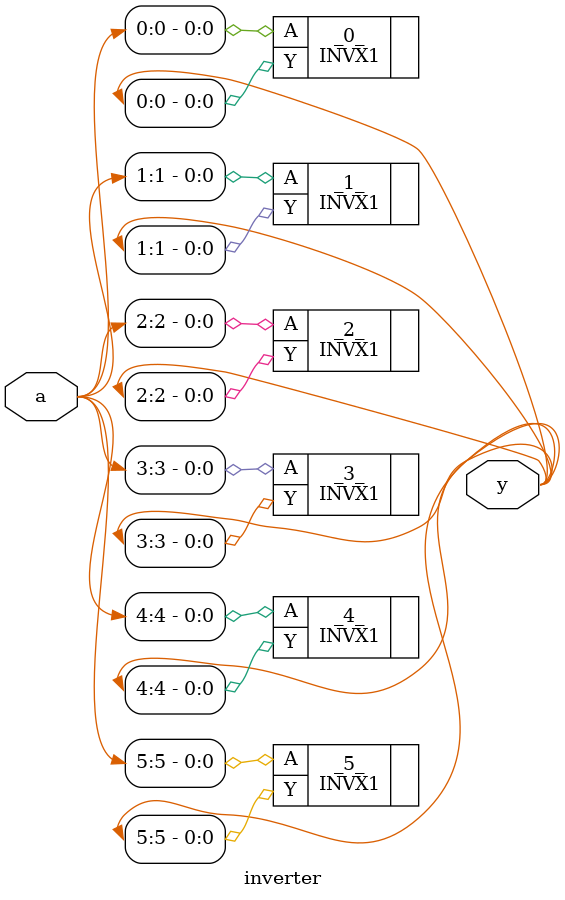
<source format=v>
/* Generated by Yosys 0.9 (git sha1 1979e0b1, i686-w64-mingw32.static-g++ 5.5.0 -Os) */

(* cells_not_processed =  1  *)
(* src = "../inverter.v:1" *)
module inverter(a, y);
  (* src = "../inverter.v:2" *)
  input [5:0] a;
  (* src = "../inverter.v:3" *)
  output [5:0] y;
  INVX1 _0_ (
    .A(a[0]),
    .Y(y[0])
  );
  INVX1 _1_ (
    .A(a[1]),
    .Y(y[1])
  );
  INVX1 _2_ (
    .A(a[2]),
    .Y(y[2])
  );
  INVX1 _3_ (
    .A(a[3]),
    .Y(y[3])
  );
  INVX1 _4_ (
    .A(a[4]),
    .Y(y[4])
  );
  INVX1 _5_ (
    .A(a[5]),
    .Y(y[5])
  );
endmodule

</source>
